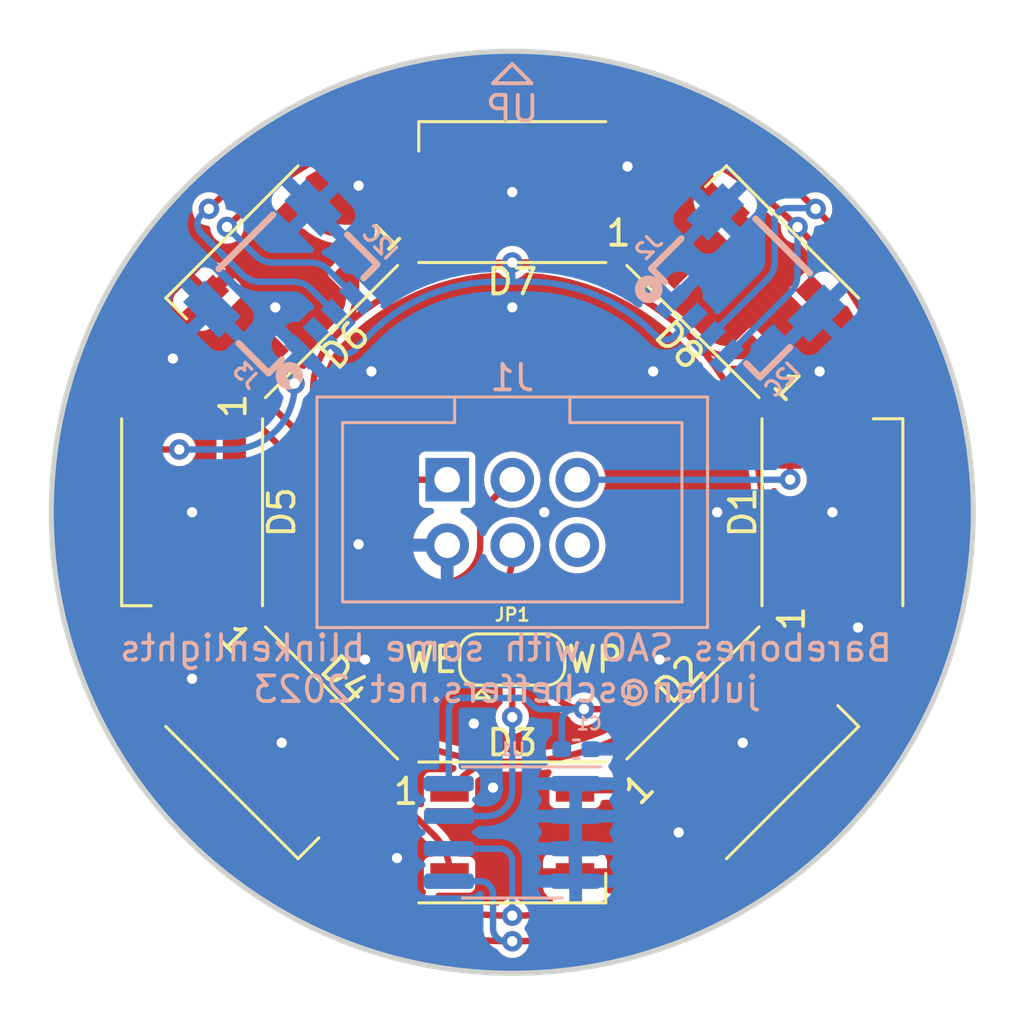
<source format=kicad_pcb>
(kicad_pcb (version 20221018) (generator pcbnew)
  (layers (0 "F.Cu" signal) (31 "B.Cu" signal) (34 "B.Paste" user) (35 "F.Paste" user) (36 "B.SilkS" user "B.Silkscreen") (37 "F.SilkS" user "F.Silkscreen") (38 "B.Mask" user) (39 "F.Mask" user) (44 "Edge.Cuts" user))
  (net 0 "")
  (net 1 "+3V3")
  (net 2 "GND")
  (net 3 "SDA")
  (net 4 "SCL")
  (net 6 "Net-(JP1-C)")
  (net 7 "Net-(D1-DOUT)")
  (net 8 "LED")
  (net 9 "Net-(D2-DOUT)")
  (net 10 "Net-(D3-DOUT)")
  (net 11 "Net-(D4-DOUT)")
  (net 12 "Net-(D5-DOUT)")
  (net 13 "Net-(D6-DOUT)")
  (net 14 "Net-(D7-DOUT)")
  (footprint "LED_SMD:LED_WS2812B_PLCC4_5.0x5.0mm_P3.2mm" (layer "F.Cu") (at 141 84 -45)
    (fp_text reference "D4" (at 0 -3.5 135) (layer "F.SilkS"))
    (fp_text value "WS2812B")
    (fp_text user "1" (at -4.15 -1.6 135) (layer "F.SilkS"))
    (fp_line (start -3.65 -2.75) (end 3.65 -2.75) (stroke (width 0.12)) (layer "F.SilkS"))
    (fp_line (start -3.65 2.75) (end 3.65 2.75) (stroke (width 0.12)) (layer "F.SilkS"))
    (fp_line (start 3.65 2.75) (end 3.65 1.6) (stroke (width 0.12)) (layer "F.SilkS"))
    (pad "1" smd rect (at -2.45 -1.65 315) (size 1.5 0.9) (layers "F.Cu" "F.Paste" "F.Mask") (net 1 "+3V3"))
    (pad "2" smd rect (at -2.45 1.65 315) (size 1.5 0.9) (layers "F.Cu" "F.Paste" "F.Mask") (net 11 "Net-(D4-DOUT)"))
    (pad "3" smd rect (at 2.45 1.65 315) (size 1.5 0.9) (layers "F.Cu" "F.Paste" "F.Mask") (net 2 "GND"))
    (pad "4" smd rect (at 2.45 -1.65 315) (size 1.5 0.9) (layers "F.Cu" "F.Paste" "F.Mask") (net 10 "Net-(D3-DOUT)"))
  )
  (footprint "simple_add_on_v2:sao_v2_addon_tht" (layer "F.Cu") (at 150 75)
    (fp_text reference "J1" (at 0 -5.25 unlocked) (layer "B.SilkS") (effects (justify mirror)))
    (fp_text value "sao_v2_addon_tht")
    (fp_line (start -7.625 -4.5) (end -2.25 -4.5) (stroke (width 0.12)) (layer "B.SilkS"))
    (fp_line (start -7.625 4.5) (end -7.625 -4.5) (stroke (width 0.12)) (layer "B.SilkS"))
    (fp_line (start -6.625 -3.5) (end -2.25 -3.5) (stroke (width 0.12)) (layer "B.SilkS"))
    (fp_line (start -6.625 3.5) (end -6.625 -3.5) (stroke (width 0.12)) (layer "B.SilkS"))
    (fp_line (start -6.625 3.5) (end 6.625 3.5) (stroke (width 0.12)) (layer "B.SilkS"))
    (fp_line (start -2.25 -4.5) (end -2.25 -3.5) (stroke (width 0.12)) (layer "B.SilkS"))
    (fp_line (start -2.25 -4.5) (end 2.25 -4.5) (stroke (width 0.12)) (layer "B.SilkS"))
    (fp_line (start 2.25 -4.5) (end 2.25 -3.5) (stroke (width 0.12)) (layer "B.SilkS"))
    (fp_line (start 2.25 -4.5) (end 7.625 -4.5) (stroke (width 0.12)) (layer "B.SilkS"))
    (fp_line (start 2.25 -3.5) (end 6.625 -3.5) (stroke (width 0.12)) (layer "B.SilkS"))
    (fp_line (start 6.625 3.5) (end 6.625 -3.5) (stroke (width 0.12)) (layer "B.SilkS"))
    (fp_line (start 7.625 -4.5) (end 7.625 4.5) (stroke (width 0.12)) (layer "B.SilkS"))
    (fp_line (start 7.625 4.5) (end -7.625 4.5) (stroke (width 0.12)) (layer "B.SilkS"))
    (pad "1" thru_hole rect (at -2.54 -1.27 90) (size 1.7 1.7) (drill 1) (layers "*.Cu" "*.Mask") (net 1 "+3V3"))
    (pad "2" thru_hole oval (at -2.54 1.285 90) (size 1.7 1.7) (drill 1) (layers "*.Cu" "*.Mask") (net 2 "GND"))
    (pad "3" thru_hole oval (at 0 -1.27 90) (size 1.7 1.7) (drill 1) (layers "*.Cu" "*.Mask") (net 3 "SDA"))
    (pad "4" thru_hole oval (at 0 1.285 90) (size 1.7 1.7) (drill 1) (layers "*.Cu" "*.Mask") (net 4 "SCL"))
    (pad "5" thru_hole oval (at 2.54 -1.27 90) (size 1.7 1.7) (drill 1) (layers "*.Cu" "*.Mask") (net 8 "LED"))
    (pad "6" thru_hole oval (at 2.54 1.285 90) (size 1.7 1.7) (drill 1) (layers "*.Cu" "*.Mask"))
  )
  (footprint "RobotMan2412:RobotMan2412_Mask_5mm" (layer "F.Cu") (at 150 69.75)
    (fp_text reference "G1")
    (fp_text value "RobotMan2412_Mask_5mm")
  )
  (footprint "LED_SMD:LED_WS2812B_PLCC4_5.0x5.0mm_P3.2mm" (layer "F.Cu") (at 150 87.5)
    (fp_text reference "D3" (at 0 -3.5) (layer "F.SilkS"))
    (fp_text value "WS2812B")
    (fp_text user "1" (at -4.15 -1.6) (layer "F.SilkS"))
    (fp_line (start -3.65 -2.75) (end 3.65 -2.75) (stroke (width 0.12)) (layer "F.SilkS"))
    (fp_line (start -3.65 2.75) (end 3.65 2.75) (stroke (width 0.12)) (layer "F.SilkS"))
    (fp_line (start 3.65 2.75) (end 3.65 1.6) (stroke (width 0.12)) (layer "F.SilkS"))
    (pad "1" smd rect (at -2.45 -1.65) (size 1.5 0.9) (layers "F.Cu" "F.Paste" "F.Mask") (net 1 "+3V3"))
    (pad "2" smd rect (at -2.45 1.65) (size 1.5 0.9) (layers "F.Cu" "F.Paste" "F.Mask") (net 10 "Net-(D3-DOUT)"))
    (pad "3" smd rect (at 2.45 1.65) (size 1.5 0.9) (layers "F.Cu" "F.Paste" "F.Mask") (net 2 "GND"))
    (pad "4" smd rect (at 2.45 -1.65) (size 1.5 0.9) (layers "F.Cu" "F.Paste" "F.Mask") (net 9 "Net-(D2-DOUT)"))
  )
  (footprint "LED_SMD:LED_WS2812B_PLCC4_5.0x5.0mm_P3.2mm" (layer "F.Cu") (at 159 84 45)
    (fp_text reference "D2" (at 0 -3.5 45) (layer "F.SilkS"))
    (fp_text value "WS2812B")
    (fp_text user "1" (at -4.15 -1.6 45) (layer "F.SilkS"))
    (fp_line (start -3.65 -2.75) (end 3.65 -2.75) (stroke (width 0.12)) (layer "F.SilkS"))
    (fp_line (start -3.65 2.75) (end 3.65 2.75) (stroke (width 0.12)) (layer "F.SilkS"))
    (fp_line (start 3.65 2.75) (end 3.65 1.6) (stroke (width 0.12)) (layer "F.SilkS"))
    (pad "1" smd rect (at -2.45 -1.65 45) (size 1.5 0.9) (layers "F.Cu" "F.Paste" "F.Mask") (net 1 "+3V3"))
    (pad "2" smd rect (at -2.45 1.65 45) (size 1.5 0.9) (layers "F.Cu" "F.Paste" "F.Mask") (net 9 "Net-(D2-DOUT)"))
    (pad "3" smd rect (at 2.45 1.65 45) (size 1.5 0.9) (layers "F.Cu" "F.Paste" "F.Mask") (net 2 "GND"))
    (pad "4" smd rect (at 2.45 -1.65 45) (size 1.5 0.9) (layers "F.Cu" "F.Paste" "F.Mask") (net 7 "Net-(D1-DOUT)"))
  )
  (footprint "LED_SMD:LED_WS2812B_PLCC4_5.0x5.0mm_P3.2mm" (layer "F.Cu") (at 162.5 75 90)
    (fp_text reference "D1" (at 0 -3.5 90) (layer "F.SilkS"))
    (fp_text value "WS2812B")
    (fp_text user "1" (at -4.15 -1.6 90) (layer "F.SilkS"))
    (fp_line (start -3.65 -2.75) (end 3.65 -2.75) (stroke (width 0.12)) (layer "F.SilkS"))
    (fp_line (start -3.65 2.75) (end 3.65 2.75) (stroke (width 0.12)) (layer "F.SilkS"))
    (fp_line (start 3.65 2.75) (end 3.65 1.6) (stroke (width 0.12)) (layer "F.SilkS"))
    (pad "1" smd rect (at -2.45 -1.65 90) (size 1.5 0.9) (layers "F.Cu" "F.Paste" "F.Mask") (net 1 "+3V3"))
    (pad "2" smd rect (at -2.45 1.65 90) (size 1.5 0.9) (layers "F.Cu" "F.Paste" "F.Mask") (net 7 "Net-(D1-DOUT)"))
    (pad "3" smd rect (at 2.45 1.65 90) (size 1.5 0.9) (layers "F.Cu" "F.Paste" "F.Mask") (net 2 "GND"))
    (pad "4" smd rect (at 2.45 -1.65 90) (size 1.5 0.9) (layers "F.Cu" "F.Paste" "F.Mask") (net 8 "LED"))
  )
  (footprint "Jumper:SolderJumper-3_P1.3mm_Bridged12_RoundedPad1.0x1.5mm" (layer "F.Cu") (at 150 80.75)
    (fp_text reference "JP1" (at 0 -1.75) (layer "F.SilkS") (effects (font (size 0.5 0.5) (thickness 0.1) bold)))
    (fp_text value "Jumper")
    (fp_poly (pts (xy -0.9 -0.3) (xy -0.4 -0.3) (xy -0.4 0.3) (xy -0.9 0.3)) (fill solid) (layer "F.Cu"))
    (fp_line (start -2.05 0.3) (end -2.05 -0.3) (stroke (width 0.12)) (layer "F.SilkS"))
    (fp_line (start -1.5 1.5) (end -0.9 1.5) (stroke (width 0.12)) (layer "F.SilkS"))
    (fp_line (start -1.4 -1) (end 1.4 -1) (stroke (width 0.12)) (layer "F.SilkS"))
    (fp_line (start -1.2 1.2) (end -1.5 1.5) (stroke (width 0.12)) (layer "F.SilkS"))
    (fp_line (start -1.2 1.2) (end -0.9 1.5) (stroke (width 0.12)) (layer "F.SilkS"))
    (fp_line (start 1.4 1) (end -1.4 1) (stroke (width 0.12)) (layer "F.SilkS"))
    (fp_line (start 2.05 -0.3) (end 2.05 0.3) (stroke (width 0.12)) (layer "F.SilkS"))
    (fp_arc (start -2.05 -0.3) (mid -1.844975 -0.794975) (end -1.35 -1) (stroke (width 0.12)) (layer "F.SilkS"))
    (fp_arc (start -1.35 1) (mid -1.844975 0.794975) (end -2.05 0.3) (stroke (width 0.12)) (layer "F.SilkS"))
    (fp_arc (start 1.35 -1) (mid 1.844975 -0.794975) (end 2.05 -0.3) (stroke (width 0.12)) (layer "F.SilkS"))
    (fp_arc (start 2.05 0.3) (mid 1.844975 0.794975) (end 1.35 1) (stroke (width 0.12)) (layer "F.SilkS"))
    (pad "1" smd custom (at -1.3 0) (size 1 0.5) (layers "F.Cu" "F.Mask") (net 2 "GND") (options (clearance outline) (anchor rect)) (primitives (gr_circle (center 0 0.25) (end 0.5 0.25) (width 0) (fill yes)) (gr_circle (center 0 -0.25) (end 0.5 -0.25) (width 0) (fill yes)) (gr_poly (pts (xy 0.55 0.75) (xy 0 0.75) (xy 0 -0.75) (xy 0.55 -0.75)) (width 0) (fill yes))))
    (pad "2" smd rect (at 0 0) (size 1 1.5) (layers "F.Cu" "F.Mask") (net 6 "Net-(JP1-C)"))
    (pad "3" smd custom (at 1.3 0) (size 1 0.5) (layers "F.Cu" "F.Mask") (net 1 "+3V3") (options (clearance outline) (anchor rect)) (primitives (gr_circle (center 0 0.25) (end 0.5 0.25) (width 0) (fill yes)) (gr_circle (center 0 -0.25) (end 0.5 -0.25) (width 0) (fill yes)) (gr_poly (pts (xy 0 0.75) (xy -0.55 0.75) (xy -0.55 -0.75) (xy 0 -0.75)) (width 0) (fill yes))))
  )
  (footprint "LED_SMD:LED_WS2812B_PLCC4_5.0x5.0mm_P3.2mm" (layer "F.Cu") (at 141 66 -135)
    (fp_text reference "D6" (at 0 -3.5 45) (layer "F.SilkS"))
    (fp_text value "WS2812B")
    (fp_text user "1" (at -4.15 -1.6 45) (layer "F.SilkS"))
    (fp_line (start -3.65 -2.75) (end 3.65 -2.75) (stroke (width 0.12)) (layer "F.SilkS"))
    (fp_line (start -3.65 2.75) (end 3.65 2.75) (stroke (width 0.12)) (layer "F.SilkS"))
    (fp_line (start 3.65 2.75) (end 3.65 1.6) (stroke (width 0.12)) (layer "F.SilkS"))
    (pad "1" smd rect (at -2.45 -1.65 225) (size 1.5 0.9) (layers "F.Cu" "F.Paste" "F.Mask") (net 1 "+3V3"))
    (pad "2" smd rect (at -2.45 1.65 225) (size 1.5 0.9) (layers "F.Cu" "F.Paste" "F.Mask") (net 13 "Net-(D6-DOUT)"))
    (pad "3" smd rect (at 2.45 1.65 225) (size 1.5 0.9) (layers "F.Cu" "F.Paste" "F.Mask") (net 2 "GND"))
    (pad "4" smd rect (at 2.45 -1.65 225) (size 1.5 0.9) (layers "F.Cu" "F.Paste" "F.Mask") (net 12 "Net-(D5-DOUT)"))
  )
  (footprint "LED_SMD:LED_WS2812B_PLCC4_5.0x5.0mm_P3.2mm" (layer "F.Cu") (at 150 62.5 180)
    (fp_text reference "D7" (at 0 -3.5) (layer "F.SilkS"))
    (fp_text value "WS2812B")
    (fp_text user "1" (at -4.15 -1.6) (layer "F.SilkS"))
    (fp_line (start -3.65 -2.75) (end 3.65 -2.75) (stroke (width 0.12)) (layer "F.SilkS"))
    (fp_line (start -3.65 2.75) (end 3.65 2.75) (stroke (width 0.12)) (layer "F.SilkS"))
    (fp_line (start 3.65 2.75) (end 3.65 1.6) (stroke (width 0.12)) (layer "F.SilkS"))
    (pad "1" smd rect (at -2.45 -1.65 180) (size 1.5 0.9) (layers "F.Cu" "F.Paste" "F.Mask") (net 1 "+3V3"))
    (pad "2" smd rect (at -2.45 1.65 180) (size 1.5 0.9) (layers "F.Cu" "F.Paste" "F.Mask") (net 14 "Net-(D7-DOUT)"))
    (pad "3" smd rect (at 2.45 1.65 180) (size 1.5 0.9) (layers "F.Cu" "F.Paste" "F.Mask") (net 2 "GND"))
    (pad "4" smd rect (at 2.45 -1.65 180) (size 1.5 0.9) (layers "F.Cu" "F.Paste" "F.Mask") (net 13 "Net-(D6-DOUT)"))
  )
  (footprint "LED_SMD:LED_WS2812B_PLCC4_5.0x5.0mm_P3.2mm" (layer "F.Cu") (at 159 66 135)
    (fp_text reference "D8" (at 0 -3.5 -225) (layer "F.SilkS"))
    (fp_text value "WS2812B")
    (fp_text user "1" (at -4.15 -1.6 -225) (layer "F.SilkS"))
    (fp_line (start -3.65 -2.75) (end 3.65 -2.75) (stroke (width 0.12)) (layer "F.SilkS"))
    (fp_line (start -3.65 2.75) (end 3.65 2.75) (stroke (width 0.12)) (layer "F.SilkS"))
    (fp_line (start 3.65 2.75) (end 3.65 1.6) (stroke (width 0.12)) (layer "F.SilkS"))
    (pad "1" smd rect (at -2.45 -1.65 135) (size 1.5 0.9) (layers "F.Cu" "F.Paste" "F.Mask") (net 1 "+3V3"))
    (pad "2" smd rect (at -2.45 1.65 135) (size 1.5 0.9) (layers "F.Cu" "F.Paste" "F.Mask"))
    (pad "3" smd rect (at 2.45 1.65 135) (size 1.5 0.9) (layers "F.Cu" "F.Paste" "F.Mask") (net 2 "GND"))
    (pad "4" smd rect (at 2.45 -1.65 135) (size 1.5 0.9) (layers "F.Cu" "F.Paste" "F.Mask") (net 14 "Net-(D7-DOUT)"))
  )
  (footprint "LED_SMD:LED_WS2812B_PLCC4_5.0x5.0mm_P3.2mm" (layer "F.Cu") (at 137.5 75 -90)
    (fp_text reference "D5" (at 0 -3.5 90) (layer "F.SilkS"))
    (fp_text value "WS2812B")
    (fp_text user "1" (at -4.15 -1.6 90) (layer "F.SilkS"))
    (fp_line (start -3.65 -2.75) (end 3.65 -2.75) (stroke (width 0.12)) (layer "F.SilkS"))
    (fp_line (start -3.65 2.75) (end 3.65 2.75) (stroke (width 0.12)) (layer "F.SilkS"))
    (fp_line (start 3.65 2.75) (end 3.65 1.6) (stroke (width 0.12)) (layer "F.SilkS"))
    (pad "1" smd rect (at -2.45 -1.65 270) (size 1.5 0.9) (layers "F.Cu" "F.Paste" "F.Mask") (net 1 "+3V3"))
    (pad "2" smd rect (at -2.45 1.65 270) (size 1.5 0.9) (layers "F.Cu" "F.Paste" "F.Mask") (net 12 "Net-(D5-DOUT)"))
    (pad "3" smd rect (at 2.45 1.65 270) (size 1.5 0.9) (layers "F.Cu" "F.Paste" "F.Mask") (net 2 "GND"))
    (pad "4" smd rect (at 2.45 -1.65 270) (size 1.5 0.9) (layers "F.Cu" "F.Paste" "F.Mask") (net 11 "Net-(D4-DOUT)"))
  )
  (footprint "Capacitor_SMD:C_0402_1005Metric_Pad0.74x0.62mm_HandSolder" (layer "B.Cu") (at 152.5 84.25)
    (fp_text reference "C1" (at 0.5 -1) (layer "B.SilkS") (effects (font (size 0.5 0.5) (thickness 0.1) bold) (justify mirror)))
    (fp_text value "C")
    (fp_line (start 0.115835 -0.36) (end -0.115835 -0.36) (stroke (width 0.12)) (layer "B.SilkS"))
    (fp_line (start 0.115835 0.36) (end -0.115835 0.36) (stroke (width 0.12)) (layer "B.SilkS"))
    (pad "1" smd roundrect (at -0.5675 0) (size 0.735 0.62) (layers "B.Cu" "B.Paste" "B.Mask") (net 1 "+3V3"))
    (pad "2" smd roundrect (at 0.5675 0) (size 0.735 0.62) (layers "B.Cu" "B.Paste" "B.Mask") (net 2 "GND"))
  )
  (footprint "qwiic:1X04_1MM_RA_GND" (layer "B.Cu") (at 157.305692 67.852438 -45)
    (fp_text reference "J2" (at -3.683 -0.889 45) (layer "B.SilkS") (effects (font (size 0.6096 0.6096) (thickness 0.127)) (justify mirror)))
    (fp_text value "I2C" (at 3.683 -0.889 45) (layer "B.SilkS") (effects (font (size 0.6096 0.6096) (thickness 0.127)) (justify mirror)))
    (fp_line (start -2.99974 -0.347981) (end -2.99974 -1.99898) (stroke (width 0.254)) (layer "B.SilkS"))
    (fp_line (start -2.2479 -0.34798) (end -2.99974 -0.347981) (stroke (width 0.254)) (layer "B.SilkS"))
    (fp_line (start 1.4986 -4.59994) (end -1.4986 -4.59994) (stroke (width 0.254)) (layer "B.SilkS"))
    (fp_line (start 2.99974 -1.99898) (end 2.99974 -0.347981) (stroke (width 0.254)) (layer "B.SilkS"))
    (fp_line (start 2.99974 -0.347981) (end 2.2479 -0.34798) (stroke (width 0.254)) (layer "B.SilkS"))
    (fp_circle (center -2.499359 0.29972) (end -2.49936 0.439419) (stroke (width 0.39878)) (fill none) (layer "B.SilkS"))
    (pad "1" smd rect (at -1.4986 0 315) (size 0.59944 1.34874) (layers "B.Cu" "B.Paste" "B.Mask") (net 2 "GND"))
    (pad "2" smd rect (at -0.49784 0 315) (size 0.59944 1.34874) (layers "B.Cu" "B.Paste" "B.Mask") (net 1 "+3V3"))
    (pad "3" smd rect (at 0.49784 0 315) (size 0.59944 1.34874) (layers "B.Cu" "B.Paste" "B.Mask") (net 3 "SDA"))
    (pad "4" smd rect (at 1.4986 0 315) (size 0.59944 1.34874) (layers "B.Cu" "B.Paste" "B.Mask") (net 4 "SCL"))
    (pad "5" smd rect (at -2.79908 -3.672841 315) (size 1.19888 1.99898) (layers "B.Cu" "B.Paste" "B.Mask") (net 2 "GND"))
    (pad "6" smd rect (at 2.79908 -3.672841 315) (size 1.19888 1.99898) (layers "B.Cu" "B.Paste" "B.Mask") (net 2 "GND"))
  )
  (footprint "qwiic:1X04_1MM_RA_GND" (layer "B.Cu") (at 142.852438 67.694307 45)
    (fp_text reference "J3" (at -3.683 -0.889 315) (layer "B.SilkS") (effects (font (size 0.6096 0.6096) (thickness 0.127)) (justify mirror)))
    (fp_text value "I2C" (at 3.683 -0.889 315) (layer "B.SilkS") (effects (font (size 0.6096 0.6096) (thickness 0.127)) (justify mirror)))
    (fp_line (start -2.99974 -0.347981) (end -2.99974 -1.99898) (stroke (width 0.254)) (layer "B.SilkS"))
    (fp_line (start -2.2479 -0.34798) (end -2.99974 -0.347981) (stroke (width 0.254)) (layer "B.SilkS"))
    (fp_line (start 1.4986 -4.59994) (end -1.4986 -4.59994) (stroke (width 0.254)) (layer "B.SilkS"))
    (fp_line (start 2.99974 -1.99898) (end 2.99974 -0.347981) (stroke (width 0.254)) (layer "B.SilkS"))
    (fp_line (start 2.99974 -0.347981) (end 2.2479 -0.34798) (stroke (width 0.254)) (layer "B.SilkS"))
    (fp_circle (center -2.499359 0.29972) (end -2.49936 0.439419) (stroke (width 0.39878)) (fill none) (layer "B.SilkS"))
    (pad "1" smd rect (at -1.4986 0 45) (size 0.59944 1.34874) (layers "B.Cu" "B.Paste" "B.Mask") (net 2 "GND"))
    (pad "2" smd rect (at -0.49784 0 45) (size 0.59944 1.34874) (layers "B.Cu" "B.Paste" "B.Mask") (net 1 "+3V3"))
    (pad "3" smd rect (at 0.49784 0 45) (size 0.59944 1.34874) (layers "B.Cu" "B.Paste" "B.Mask") (net 3 "SDA"))
    (pad "4" smd rect (at 1.4986 0 45) (size 0.59944 1.34874) (layers "B.Cu" "B.Paste" "B.Mask") (net 4 "SCL"))
    (pad "5" smd rect (at -2.79908 -3.672841 45) (size 1.19888 1.99898) (layers "B.Cu" "B.Paste" "B.Mask") (net 2 "GND"))
    (pad "6" smd rect (at 2.79908 -3.672841 45) (size 1.19888 1.99898) (layers "B.Cu" "B.Paste" "B.Mask") (net 2 "GND"))
  )
  (footprint "Package_SO:SOIC-8_3.9x4.9mm_P1.27mm" (layer "B.Cu") (at 150 87.5 180)
    (fp_text reference "U1" (at 0 3.25 180) (layer "B.SilkS") (effects (font (size 0.5 0.5) (thickness 0.1) bold) (justify mirror)))
    (fp_text value "24LC00")
    (fp_line (start -3.45 2.56) (end 0 2.56) (stroke (width 0.12)) (layer "B.SilkS"))
    (fp_line (start -1.95 -2.56) (end 0 -2.56) (stroke (width 0.12)) (layer "B.SilkS"))
    (fp_line (start 1.95 -2.56) (end 0 -2.56) (stroke (width 0.12)) (layer "B.SilkS"))
    (fp_line (start 1.95 2.56) (end 0 2.56) (stroke (width 0.12)) (layer "B.SilkS"))
    (pad "1" smd roundrect (at -2.475 1.905 180) (size 1.95 0.6) (layers "B.Cu" "B.Paste" "B.Mask") (net 2 "GND"))
    (pad "2" smd roundrect (at -2.475 0.635 180) (size 1.95 0.6) (layers "B.Cu" "B.Paste" "B.Mask") (net 2 "GND"))
    (pad "3" smd roundrect (at -2.475 -0.635 180) (size 1.95 0.6) (layers "B.Cu" "B.Paste" "B.Mask") (net 2 "GND"))
    (pad "4" smd roundrect (at -2.475 -1.905 180) (size 1.95 0.6) (layers "B.Cu" "B.Paste" "B.Mask") (net 2 "GND"))
    (pad "5" smd roundrect (at 2.475 -1.905 180) (size 1.95 0.6) (layers "B.Cu" "B.Paste" "B.Mask") (net 3 "SDA"))
    (pad "6" smd roundrect (at 2.475 -0.635 180) (size 1.95 0.6) (layers "B.Cu" "B.Paste" "B.Mask") (net 4 "SCL"))
    (pad "7" smd roundrect (at 2.475 0.635 180) (size 1.95 0.6) (layers "B.Cu" "B.Paste" "B.Mask") (net 6 "Net-(JP1-C)"))
    (pad "8" smd roundrect (at 2.475 1.905 180) (size 1.95 0.6) (layers "B.Cu" "B.Paste" "B.Mask") (net 1 "+3V3"))
  )
  (gr_line (start 149.25 58.25) (end 150 57.5) (stroke (width 0.15)) (layer "B.SilkS"))
  (gr_line (start 150.75 58.25) (end 149.25 58.25) (stroke (width 0.15)) (layer "B.SilkS"))
  (gr_line (start 150 57.5) (end 150.75 58.25) (stroke (width 0.15)) (layer "B.SilkS"))
  (gr_circle (center 150 75) (end 168 75) (stroke (width 0.2)) (fill none) (layer "Edge.Cuts"))
  (gr_text "UP" (at 150 59.25) (layer "B.SilkS") (effects (font (size 1 1)) (justify mirror)))
  (gr_text "Barebones SAO with some blinkenlights\njulian@scheffers.net 2023" (at 149.75 82.5) (layer "B.SilkS") (effects (font (size 1 1)) (justify bottom mirror)))
  (gr_text "WP" (at 152.05 80.75) (layer "F.SilkS") (effects (font (size 1 1)) (justify left)))
  (gr_text "WE" (at 147.95 80.75) (layer "F.SilkS") (effects (font (size 1 1)) (justify right)))
  (segment (start 152.8 82.685786) (end 152.798011 82.683797) (width 0.25) (layer "F.Cu") (net 1))
  (segment (start 156.1 84.564823) (end 156.1 83.517009) (width 0.25) (layer "F.Cu") (net 1))
  (segment (start 143.314213 67.897205) (end 143.102029 68.109389) (width 0.25) (layer "F.Cu") (net 1))
  (segment (start 143.10203 72.35203) (end 143.601321 72.851321) (width 0.25) (layer "F.Cu") (net 1))
  (segment (start 140.435177 81.1) (end 141.482991 81.1) (width 0.25) (layer "F.Cu") (net 1))
  (segment (start 139.15 72.55) (end 139.664214 73.064214) (width 0.25) (layer "F.Cu") (net 1))
  (segment (start 147.55 85.85) (end 148.064214 85.335786) (width 0.25) (layer "F.Cu") (net 1))
  (segment (start 152.798011 82.683797) (end 152.682104 82.683797) (width 0.25) (layer "F.Cu") (net 1))
  (segment (start 143.167514 68.032486) (end 143.1 68.1) (width 0.25) (layer "F.Cu") (net 1))
  (segment (start 159.565685 68.899138) (end 159.564823 68.9) (width 0.25) (layer "F.Cu") (net 1))
  (segment (start 149.478427 84.75) (end 150 84.75) (width 0.25) (layer "F.Cu") (net 1))
  (segment (start 140.25 74.478427) (end 140.25 75) (width 0.25) (layer "F.Cu") (net 1))
  (segment (start 160.85 77.45) (end 160.335786 76.935786) (width 0.25) (layer "F.Cu") (net 1))
  (segment (start 143.9 65.435177) (end 143.9 66.482991) (width 0.25) (layer "F.Cu") (net 1))
  (segment (start 145.722641 73.73) (end 147.46 73.73) (width 0.25) (layer "F.Cu") (net 1))
  (segment (start 159.564823 68.9) (end 158.517009 68.9) (width 0.25) (layer "F.Cu") (net 1))
  (segment (start 159.75 75.521573) (end 159.75 75) (width 0.25) (layer "F.Cu") (net 1))
  (segment (start 150.521573 65.25) (end 150 65.25) (width 0.25) (layer "F.Cu") (net 1))
  (segment (start 151.3 81.185786) (end 151.3 80.75) (width 0.25) (layer "F.Cu") (net 1))
  (segment (start 152.45 64.15) (end 151.935786 64.664214) (width 0.25) (layer "F.Cu") (net 1))
  (segment (start 152.8 82.685786) (end 155.285786 82.685786) (width 0.25) (layer "F.Cu") (net 1))
  (segment (start 150 65.25) (end 149.885029 65.25) (width 0.25) (layer "F.Cu") (net 1))
  (via (at 150 65.25) (size 0.8) (drill 0.4) (layers "F.Cu" "B.Cu") (net 1))
  (via (at 152.8 82.685786) (size 0.8) (drill 0.4) (layers "F.Cu" "B.Cu") (net 1))
  (arc (start 156.685787 82.102795) (mid 156.252241 82.751643) (end 156.1 83.517009) (width 0.25) (layer "F.Cu") (net 1))
  (arc (start 150 84.75) (mid 143.105709 81.894291) (end 140.25 75) (width 0.25) (layer "F.Cu") (net 1))
  (arc (start 155.285786 82.685786) (mid 156.051154 82.533544) (end 156.7 82.1) (width 0.25) (layer "F.Cu") (net 1))
  (arc (start 140.25 74.478427) (mid 140.097758 73.71306) (end 139.664214 73.064214) (width 0.25) (layer "F.Cu") (net 1))
  (arc (start 143.9 66.482991) (mid 143.747759 67.248357) (end 143.314213 67.897205) (width 0.25) (layer "F.Cu") (net 1))
  (arc (start 143.167514 68.032486) (mid 146.249536 65.973144) (end 149.885029 65.25) (width 0.25) (layer "F.Cu") (net 1))
  (arc (start 149.478427 84.75) (mid 148.71306 84.902242) (end 148.064214 85.335786) (width 0.25) (layer "F.Cu") (net 1))
  (arc (start 143.10203 72.35203) (mid 142.22335 70.23071) (end 143.102029 68.109389) (width 0.25) (layer "F.Cu") (net 1))
  (arc (start 142.897205 81.685787) (mid 142.248357 81.252241) (end 141.482991 81.1) (width 0.25) (layer "F.Cu") (net 1))
  (arc (start 157.102795 68.314213) (mid 157.751642 68.747759) (end 158.517009 68.9) (width 0.25) (layer "F.Cu") (net 1))
  (arc (start 159.75 75.521573) (mid 159.902242 76.28694) (end 160.335786 76.935786) (width 0.25) (layer "F.Cu") (net 1))
  (arc (start 145.722641 73.73) (mid 144.574591 73.501639) (end 143.601321 72.851321) (width 0.25) (layer "F.Cu") (net 1))
  (arc (start 150 84.75) (mid 156.894291 81.894291) (end 159.75 75) (width 0.25) (layer "F.Cu") (net 1))
  (arc (start 152.682104 82.683797) (mid 151.698511 82.203996) (end 151.3 81.185786) (width 0.25) (layer "F.Cu") (net 1))
  (arc (start 150.521573 65.25) (mid 151.28694 65.097759) (end 151.935786 64.664214) (width 0.25) (layer "F.Cu") (net 1))
  (arc (start 150 65.25) (mid 156.894291 68.105709) (end 159.75 75) (width 0.25) (layer "F.Cu") (net 1))
  (segment (start 144.646059 67.857762) (end 144.642238 67.857762) (width 0.25) (layer "B.Cu") (net 1))
  (segment (start 144.642238 67.857762) (end 143.830592 68.669407) (width 0.25) (layer "B.Cu") (net 1))
  (segment (start 150 66) (end 150.600505 66) (width 0.25) (layer "B.Cu") (net 1))
  (segment (start 147.525 82.75) (end 147.525 85.595) (width 0.25) (layer "B.Cu") (net 1))
  (segment (start 150 66) (end 149.399495 66) (width 0.25) (layer "B.Cu") (net 1))
  (segment (start 143.123485 68.669406) (end 142.500412 68.046333) (width 0.25) (layer "B.Cu") (net 1))
  (segment (start 155.353941 67.857762) (end 155.621576 68.125397) (width 0.25) (layer "B.Cu") (net 1))
  (segment (start 152.8 82.685786) (end 151.142893 82.685786) (width 0.25) (layer "B.Cu") (net 1))
  (segment (start 152.8 82.685786) (end 152.4325 82.685786) (width 0.25) (layer "B.Cu") (net 1))
  (segment (start 156.328682 68.125396) (end 156.953666 67.500412) (width 0.25) (layer "B.Cu") (net 1))
  (segment (start 150.292893 82.25) (end 148.025 82.25) (width 0.25) (layer "B.Cu") (net 1))
  (segment (start 150.789339 82.539339) (end 150.646446 82.396446) (width 0.25) (layer "B.Cu") (net 1))
  (segment (start 150 65.25) (end 150 66) (width 0.25) (layer "B.Cu") (net 1))
  (segment (start 151.9325 84.25) (end 151.9325 83.185786) (width 0.25) (layer "B.Cu") (net 1))
  (arc (start 150.600505 66) (mid 153.151798 66.481497) (end 155.353941 67.857762) (width 0.25) (layer "B.Cu") (net 1))
  (arc (start 150.292893 82.25) (mid 150.484234 82.28806) (end 150.646446 82.396446) (width 0.25) (layer "B.Cu") (net 1))
  (arc (start 156.328682 68.125396) (mid 155.975129 68.271842) (end 155.621576 68.125397) (width 0.25) (layer "B.Cu") (net 1))
  (arc (start 149.399495 66) (mid 146.848202 66.481497) (end 144.646059 67.857762) (width 0.25) (layer "B.Cu") (net 1))
  (arc (start 151.9325 83.185786) (mid 152.078947 82.832233) (end 152.4325 82.685786) (width 0.25) (layer "B.Cu") (net 1))
  (arc (start 150.789339 82.539339) (mid 150.951551 82.647726) (end 151.142893 82.685786) (width 0.25) (layer "B.Cu") (net 1))
  (arc (start 143.123485 68.669406) (mid 143.477038 68.815853) (end 143.830592 68.669407) (width 0.25) (layer "B.Cu") (net 1))
  (arc (start 148.025 82.25) (mid 147.671447 82.396447) (end 147.525 82.75) (width 0.25) (layer "B.Cu") (net 1))
  (via (at 162 69.5) (size 0.8) (drill 0.4) (layers "F.Cu" "B.Cu") (net 2))
  (via (at 151.25 75) (size 0.8) (drill 0.4) (layers "F.Cu" "B.Cu") (net 2))
  (via (at 162.5 75) (size 0.8) (drill 0.4) (layers "F.Cu" "B.Cu") (net 2))
  (via (at 144.5 69.5) (size 0.8) (drill 0.4) (layers "F.Cu" "B.Cu") (net 2))
  (via (at 156.5 87.5) (size 0.8) (drill 0.4) (layers "F.Cu" "B.Cu") (net 2))
  (via (at 163.5 79.5) (size 0.8) (drill 0.4) (layers "F.Cu" "B.Cu") (net 2))
  (via (at 154.5 61.5) (size 0.8) (drill 0.4) (layers "F.Cu" "B.Cu") (net 2))
  (via (at 148.5 83.25) (size 0.8) (drill 0.4) (layers "F.Cu" "B.Cu") (net 2))
  (via (at 145.5 88.5) (size 0.8) (drill 0.4) (layers "F.Cu" "B.Cu") (net 2))
  (via (at 140.75 67) (size 0.8) (drill 0.4) (layers "F.Cu" "B.Cu") (net 2))
  (via (at 144 62.25) (size 0.8) (drill 0.4) (layers "F.Cu" "B.Cu") (net 2))
  (via (at 155.5 69.5) (size 0.8) (drill 0.4) (layers "F.Cu" "B.Cu") (net 2))
  (via (at 158 75) (size 0.8) (drill 0.4) (layers "F.Cu" "B.Cu") (net 2))
  (via (at 159 84) (size 0.8) (drill 0.4) (layers "F.Cu" "B.Cu") (net 2))
  (via (at 150 67) (size 0.8) (drill 0.4) (layers "F.Cu" "B.Cu") (net 2))
  (via (at 136.75 69) (size 0.8) (drill 0.4) (layers "F.Cu" "B.Cu") (net 2))
  (via (at 144.25 80.75) (size 0.8) (drill 0.4) (layers "F.Cu" "B.Cu") (net 2))
  (via (at 137.5 81.5) (size 0.8) (drill 0.4) (layers "F.Cu" "B.Cu") (net 2))
  (via (at 149.25 85.75) (size 0.8) (drill 0.4) (layers "F.Cu" "B.Cu") (net 2))
  (via (at 155.75 80.75) (size 0.8) (drill 0.4) (layers "F.Cu" "B.Cu") (net 2))
  (via (at 141 84) (size 0.8) (drill 0.4) (layers "F.Cu" "B.Cu") (net 2))
  (via (at 150 62.5) (size 0.8) (drill 0.4) (layers "F.Cu" "B.Cu") (net 2))
  (via (at 144 76.25) (size 0.8) (drill 0.4) (layers "F.Cu" "B.Cu") (net 2))
  (via (at 137.5 75) (size 0.8) (drill 0.4) (layers "F.Cu" "B.Cu") (net 2))
  (segment (start 133.826021 70.644574) (end 133.834801 70.612483) (width 0.25) (layer "F.Cu") (net 3))
  (segment (start 133.25 74.999585) (end 133.25 74.932801) (width 0.25) (layer "F.Cu") (net 3))
  (segment (start 138.156254 86.844331) (end 138.15567 86.843747) (width 0.25) (layer "F.Cu") (net 3))
  (segment (start 161.844332 86.843745) (end 161.843747 86.84433) (width 0.25) (layer "F.Cu") (net 3))
  (segment (start 134.314941 70.252003) (end 139.496575 70.252003) (width 0.25) (layer "F.Cu") (net 3))
  (segment (start 166.75 74.999586) (end 166.75 75.000414) (width 0.25) (layer "F.Cu") (net 3))
  (segment (start 150.000415 91.749999) (end 150.000001 91.749999) (width 0.25) (layer "F.Cu") (net 3))
  (segment (start 149.999585 58.250001) (end 150.000415 58.250001) (width 0.25) (layer "F.Cu") (net 3))
  (segment (start 150.000001 91.749999) (end 150 91.75) (width 0.25) (layer "F.Cu") (net 3))
  (segment (start 148.75 76.25) (end 148.75 75.60132) (width 0.25) (layer "F.Cu") (net 3))
  (segment (start 142.25 73.12132) (end 142.25 76.25) (width 0.25) (layer "F.Cu") (net 3))
  (segment (start 143.75 77.75) (end 147.25 77.75) (width 0.25) (layer "F.Cu") (net 3))
  (segment (start 138.156253 63.15567) (end 138.156253 63.155241) (width 0.25) (layer "F.Cu") (net 3))
  (segment (start 149.999999 91.749999) (end 149.999585 91.749999) (width 0.25) (layer "F.Cu") (net 3))
  (segment (start 138.156253 63.155241) (end 138.156375 63.155119) (width 0.25) (layer "F.Cu") (net 3))
  (segment (start 161.843746 63.155669) (end 161.844331 63.156254) (width 0.25) (layer "F.Cu") (net 3))
  (segment (start 150 91.75) (end 149.999999 91.749999) (width 0.25) (layer "F.Cu") (net 3))
  (segment (start 140.43934 70.68934) (end 141.81066 72.06066) (width 0.25) (layer "F.Cu") (net 3))
  (segment (start 149.18934 74.54066) (end 150 73.73) (width 0.25) (layer "F.Cu") (net 3))
  (via (at 138.156375 63.155119) (size 0.8) (drill 0.4) (layers "F.Cu" "B.Cu") (net 3))
  (via (at 149.999585 91.749999) (size 0.8) (drill 0.4) (layers "F.Cu" "B.Cu") (net 3))
  (via (at 161.844331 63.156254) (size 0.8) (drill 0.4) (layers "F.Cu" "B.Cu") (net 3))
  (arc (start 161.843747 86.84433) (mid 156.40998 90.475057) (end 150.000415 91.749999) (width 0.25) (layer "F.Cu") (net 3))
  (arc (start 150.000415 58.250001) (mid 156.409979 59.524943) (end 161.843746 63.155669) (width 0.25) (layer "F.Cu") (net 3))
  (arc (start 138.156253 63.15567) (mid 143.59002 59.524943) (end 149.999585 58.250001) (width 0.25) (layer "F.Cu") (net 3))
  (arc (start 139.496575 70.252003) (mid 140.006668 70.387791) (end 140.43934 70.68934) (width 0.25) (layer "F.Cu") (net 3))
  (arc (start 161.844331 63.156254) (mid 165.475058 68.590021) (end 166.75 74.999586) (width 0.25) (layer "F.Cu") (net 3))
  (arc (start 148.75 75.60132) (mid 148.864181 75.027295) (end 149.18934 74.54066) (width 0.25) (layer "F.Cu") (net 3))
  (arc (start 133.834801 70.612483) (mid 134.014741 70.352153) (end 134.314941 70.252003) (width 0.25) (layer "F.Cu") (net 3))
  (arc (start 166.75 75.000414) (mid 165.475058 81.409978) (end 161.844332 86.843745) (width 0.25) (layer "F.Cu") (net 3))
  (arc (start 147.25 77.75) (mid 148.31066 77.31066) (end 148.75 76.25) (width 0.25) (layer "F.Cu") (net 3))
  (arc (start 142.25 76.25) (mid 142.68934 77.31066) (end 143.75 77.75) (width 0.25) (layer "F.Cu") (net 3))
  (arc (start 149.999585 91.749999) (mid 143.590021 90.475057) (end 138.156254 86.844331) (width 0.25) (layer "F.Cu") (net 3))
  (arc (start 141.81066 72.06066) (mid 142.135819 72.547295) (end 142.25 73.12132) (width 0.25) (layer "F.Cu") (net 3))
  (arc (start 133.826021 70.644574) (mid 133.394649 72.76943) (end 133.25 74.932801) (width 0.25) (layer "F.Cu") (net 3))
  (arc (start 138.15567 86.843747) (mid 134.524943 81.40998) (end 133.250001 75.000415) (width 0.25) (layer "F.Cu") (net 3))
  (segment (start 157.657718 68.204464) (end 159.957107 65.905075) (width 0.25) (layer "B.Cu") (net 3))
  (segment (start 160.25 65.197968) (end 160.25 63.625) (width 0.25) (layer "B.Cu") (net 3))
  (segment (start 143.204464 67.342281) (end 142.155076 66.292893) (width 0.25) (layer "B.Cu") (net 3))
  (segment (start 149.25 91.249999) (end 149.25 89.905) (width 0.25) (layer "B.Cu") (net 3))
  (segment (start 161.813077 63.125) (end 161.844331 63.156254) (width 0.25) (layer "B.Cu") (net 3))
  (segment (start 141.447969 66) (end 140.164214 66) (width 0.25) (layer "B.Cu") (net 3))
  (segment (start 139.457107 65.707107) (end 137.853553 64.103553) (width 0.25) (layer "B.Cu") (net 3))
  (segment (start 138.094881 63.155119) (end 138.156375 63.155119) (width 0.25) (layer "B.Cu") (net 3))
  (segment (start 149.999585 91.749999) (end 149.750001 91.749999) (width 0.25) (layer "B.Cu") (net 3))
  (segment (start 148.75 89.405) (end 147.525 89.405) (width 0.25) (layer "B.Cu") (net 3))
  (segment (start 137.853554 63.396446) (end 138.094881 63.155119) (width 0.25) (layer "B.Cu") (net 3))
  (segment (start 160.75 63.125) (end 161.813077 63.125) (width 0.25) (layer "B.Cu") (net 3))
  (arc (start 149.25 89.905) (mid 149.103553 89.551447) (end 148.75 89.405) (width 0.25) (layer "B.Cu") (net 3))
  (arc (start 137.853553 64.103553) (mid 137.707107 63.749999) (end 137.853554 63.396446) (width 0.25) (layer "B.Cu") (net 3))
  (arc (start 142.155076 66.292893) (mid 141.830653 66.07612) (end 141.447969 66) (width 0.25) (layer "B.Cu") (net 3))
  (arc (start 139.457107 65.707107) (mid 139.78153 65.92388) (end 140.164214 66) (width 0.25) (layer "B.Cu") (net 3))
  (arc (start 149.25 91.249999) (mid 149.396447 91.603553) (end 149.750001 91.749999) (width 0.25) (layer "B.Cu") (net 3))
  (arc (start 160.25 65.197968) (mid 160.17388 65.580651) (end 159.957107 65.905075) (width 0.25) (layer "B.Cu") (net 3))
  (arc (start 160.25 63.625) (mid 160.396447 63.271447) (end 160.75 63.125) (width 0.25) (layer "B.Cu") (net 3))
  (segment (start 138.863068 63.863068) (end 138.862772 63.862772) (width 0.25) (layer "F.Cu") (net 4))
  (segment (start 138.862772 63.862772) (end 138.862772 63.862232) (width 0.25) (layer "F.Cu") (net 4))
  (segment (start 134.25 74.904886) (end 134.25 75) (width 0.25) (layer "F.Cu") (net 4))
  (segment (start 139.434087 71.251937) (end 135.096733 71.251937) (width 0.25) (layer "F.Cu") (net 4))
  (segment (start 150 76.285) (end 150 76.75) (width 0.25) (layer "F.Cu") (net 4))
  (segment (start 148 78.75) (end 143.75 78.75) (width 0.25) (layer "F.Cu") (net 4))
  (segment (start 134.611224 71.632435) (end 134.60007 71.683153) (width 0.25) (layer "F.Cu") (net 4))
  (segment (start 141.25 76.25) (end 141.25 73.164214) (width 0.25) (layer "F.Cu") (net 4))
  (segment (start 140.957107 72.457107) (end 140.042893 71.542893) (width 0.25) (layer "F.Cu") (net 4))
  (via (at 138.862772 63.862232) (size 0.8) (drill 0.4) (layers "F.Cu" "B.Cu") (net 4))
  (via (at 150 90.75) (size 0.8) (drill 0.4) (layers "F.Cu" "B.Cu") (net 4))
  (via (at 161.136932 63.863068) (size 0.8) (drill 0.4) (layers "F.Cu" "B.Cu") (net 4))
  (arc (start 161.136932 63.863068) (mid 164.551103 68.972736) (end 165.75 75) (width 0.25) (layer "F.Cu") (net 4))
  (arc (start 134.25 75) (mid 135.448897 81.027264) (end 138.863068 86.136932) (width 0.25) (layer "F.Cu") (net 4))
  (arc (start 161.136932 86.136932) (mid 156.027264 89.551103) (end 150 90.75) (width 0.25) (layer "F.Cu") (net 4))
  (arc (start 140.042893 71.542893) (mid 139.76334 71.346014) (end 139.434087 71.251937) (width 0.25) (layer "F.Cu") (net 4))
  (arc (start 138.863068 63.863068) (mid 143.972736 60.448897) (end 150 59.25) (width 0.25) (layer "F.Cu") (net 4))
  (arc (start 150 76.75) (mid 149.414214 78.164214) (end 148 78.75) (width 0.25) (layer "F.Cu") (net 4))
  (arc (start 165.75 75) (mid 164.551103 81.027264) (end 161.136932 86.136932) (width 0.25) (layer "F.Cu") (net 4))
  (arc (start 134.25 74.904886) (mid 134.337774 73.284538) (end 134.60007 71.683153) (width 0.25) (layer "F.Cu") (net 4))
  (arc (start 141.25 73.164214) (mid 141.17388 72.781531) (end 140.957107 72.457107) (width 0.25) (layer "F.Cu") (net 4))
  (arc (start 143.75 78.75) (mid 141.982233 78.017767) (end 141.25 76.25) (width 0.25) (layer "F.Cu") (net 4))
  (arc (start 150 59.25) (mid 156.027264 60.448897) (end 161.136932 63.863068) (width 0.25) (layer "F.Cu") (net 4))
  (arc (start 135.096733 71.251937) (mid 134.788311 71.358395) (end 134.611224 71.632435) (width 0.25) (layer "F.Cu") (net 4))
  (arc (start 138.863068 86.136932) (mid 143.972736 89.551103) (end 150 90.75) (width 0.25) (layer "F.Cu") (net 4))
  (segment (start 143.912108 66.634637) (end 142.820364 65.542893) (width 0.25) (layer "B.Cu") (net 4))
  (segment (start 149.5 88.135) (end 147.525 88.135) (width 0.25) (layer "B.Cu") (net 4))
  (segment (start 150 90.75) (end 150 88.635) (width 0.25) (layer "B.Cu") (net 4))
  (segment (start 138.862772 63.862772) (end 138.862772 63.862232) (width 0.25) (layer "B.Cu") (net 4))
  (segment (start 142.113257 65.25) (end 140.664214 65.25) (width 0.25) (layer "B.Cu") (net 4))
  (segment (start 139.957107 64.957107) (end 138.862772 63.862772) (width 0.25) (layer "B.Cu") (net 4))
  (segment (start 158.365362 68.912108) (end 160.844039 66.433431) (width 0.25) (layer "B.Cu") (net 4))
  (segment (start 161.136932 65.726324) (end 161.136932 63.863068) (width 0.25) (layer "B.Cu") (net 4))
  (arc (start 161.136932 65.726324) (mid 161.060812 66.109007) (end 160.844039 66.433431) (width 0.25) (layer "B.Cu") (net 4))
  (arc (start 150 88.635) (mid 149.853553 88.281447) (end 149.5 88.135) (width 0.25) (layer "B.Cu") (net 4))
  (arc (start 139.957107 64.957107) (mid 140.28153 65.17388) (end 140.664214 65.25) (width 0.25) (layer "B.Cu") (net 4))
  (arc (start 142.820364 65.542893) (mid 142.495941 65.32612) (end 142.113257 65.25) (width 0.25) (layer "B.Cu") (net 4))
  (segment (start 150 80.75) (end 150 83) (width 0.25) (layer "F.Cu") (net 6))
  (via (at 150 83) (size 0.8) (drill 0.4) (layers "F.Cu" "B.Cu") (net 6))
  (segment (start 149 86.865) (end 147.525 86.865) (width 0.25) (layer "B.Cu") (net 6))
  (segment (start 150 83) (end 150 85.865) (width 0.25) (layer "B.Cu") (net 6))
  (arc (start 150 85.865) (mid 149.707107 86.572107) (end 149 86.865) (width 0.25) (layer "B.Cu") (net 6))
  (segment (start 159.565685 81.100862) (end 162.630761 78.035786) (width 0.25) (layer "F.Cu") (net 7))
  (segment (start 164.044974 77.45) (end 164.15 77.45) (width 0.25) (layer "F.Cu") (net 7))
  (arc (start 164.044974 77.45) (mid 163.279607 77.602241) (end 162.630761 78.035786) (width 0.25) (layer "F.Cu") (net 7))
  (segment (start 160.85 73.725) (end 160.85 72.55) (width 0.25) (layer "F.Cu") (net 8))
  (via (at 160.85 73.725) (size 0.8) (drill 0.4) (layers "F.Cu" "B.Cu") (net 8))
  (segment (start 152.54 73.73) (end 160.845 73.73) (width 0.25) (layer "B.Cu") (net 8))
  (segment (start 160.845 73.73) (end 160.85 73.725) (width 0.25) (layer "B.Cu") (net 8))
  (segment (start 152.45 85.85) (end 156.55675 85.85) (width 0.25) (layer "F.Cu") (net 9))
  (segment (start 157.970964 86.435787) (end 158.434315 86.899138) (width 0.25) (layer "F.Cu") (net 9))
  (arc (start 157.970964 86.435787) (mid 157.322117 86.002241) (end 156.55675 85.85) (width 0.25) (layer "F.Cu") (net 9))
  (segment (start 143.899138 84.565685) (end 146.964214 87.630761) (width 0.25) (layer "F.Cu") (net 10))
  (segment (start 147.55 89.044974) (end 147.55 89.15) (width 0.25) (layer "F.Cu") (net 10))
  (arc (start 146.964214 87.630761) (mid 147.397759 88.279607) (end 147.55 89.044974) (width 0.25) (layer "F.Cu") (net 10))
  (segment (start 138.564213 82.970964) (end 138.100862 83.434315) (width 0.25) (layer "F.Cu") (net 11))
  (segment (start 139.15 77.45) (end 139.15 81.55675) (width 0.25) (layer "F.Cu") (net 11))
  (arc (start 139.15 81.55675) (mid 138.997759 82.322117) (end 138.564213 82.970964) (width 0.25) (layer "F.Cu") (net 11))
  (segment (start 141.5 69.964823) (end 140.434315 68.899138) (width 0.25) (layer "F.Cu") (net 12))
  (segment (start 135.85 72.55) (end 137 72.55) (width 0.25) (layer "F.Cu") (net 12))
  (segment (start 141.5 69.975) (end 141.5 69.964823) (width 0.25) (layer "F.Cu") (net 12))
  (via (at 137 72.55) (size 0.8) (drill 0.4) (layers "F.Cu" "B.Cu") (net 12))
  (via (at 141.5 69.975) (size 0.8) (drill 0.4) (layers "F.Cu" "B.Cu") (net 12))
  (segment (start 137 72.55) (end 139 72.55) (width 0.25) (layer "B.Cu") (net 12))
  (segment (start 141.5 70.05) (end 141.5 69.975) (width 0.25) (layer "B.Cu") (net 12))
  (arc (start 139 72.55) (mid 140.767767 71.817767) (end 141.5 70.05) (width 0.25) (layer "B.Cu") (net 12))
  (segment (start 147.55 64.15) (end 143.44325 64.15) (width 0.25) (layer "F.Cu") (net 13))
  (segment (start 142.029036 63.564213) (end 141.565685 63.100862) (width 0.25) (layer "F.Cu") (net 13))
  (arc (start 142.029036 63.564213) (mid 142.677883 63.997759) (end 143.44325 64.15) (width 0.25) (layer "F.Cu") (net 13))
  (segment (start 152.45 60.955026) (end 152.45 60.85) (width 0.25) (layer "F.Cu") (net 14))
  (segment (start 156.100862 65.434315) (end 153.035786 62.369239) (width 0.25) (layer "F.Cu") (net 14))
  (arc (start 153.035786 62.369239) (mid 152.602241 61.720393) (end 152.45 60.955026) (width 0.25) (layer "F.Cu") (net 14))
  (zone (net 2) (net_name "GND") (layers "F&B.Cu") (priority 1) (connect_pads (clearance 0.25)) (min_thickness 0.25) (fill yes (thermal_gap 0.5) (thermal_bridge_width 0.5))
    (polygon (pts (xy 130 55) (xy 170 55) (xy 170 95) (xy 130 95)))
  )
)
</source>
